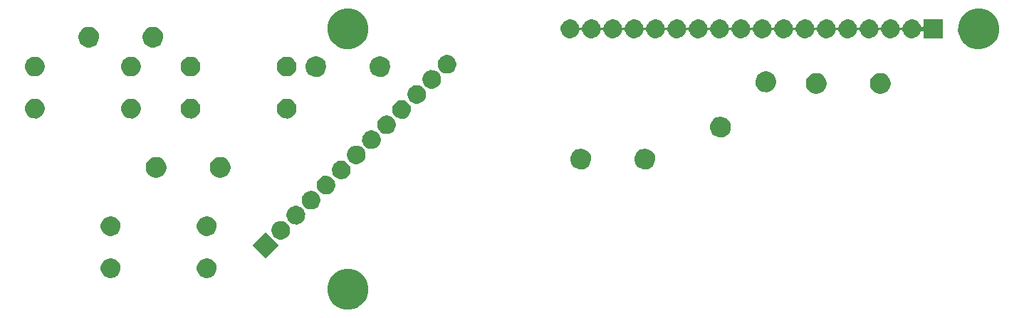
<source format=gbs>
G04 (created by PCBNEW (2013-07-07 BZR 4022)-stable) date 21/01/2014 20:06:01*
%MOIN*%
G04 Gerber Fmt 3.4, Leading zero omitted, Abs format*
%FSLAX34Y34*%
G01*
G70*
G90*
G04 APERTURE LIST*
%ADD10C,0.00590551*%
G04 APERTURE END LIST*
G54D10*
G36*
X61203Y-48779D02*
X61201Y-48871D01*
X61179Y-48970D01*
X61147Y-49042D01*
X61088Y-49125D01*
X61031Y-49179D01*
X60945Y-49234D01*
X60872Y-49263D01*
X60771Y-49280D01*
X60693Y-49279D01*
X60593Y-49257D01*
X60521Y-49226D01*
X60437Y-49167D01*
X60383Y-49111D01*
X60327Y-49024D01*
X60298Y-48952D01*
X60280Y-48850D01*
X60281Y-48774D01*
X60302Y-48672D01*
X60333Y-48601D01*
X60392Y-48515D01*
X60446Y-48462D01*
X60534Y-48405D01*
X60604Y-48376D01*
X60707Y-48357D01*
X60783Y-48357D01*
X60886Y-48378D01*
X60955Y-48408D01*
X61043Y-48467D01*
X61096Y-48520D01*
X61154Y-48608D01*
X61183Y-48677D01*
X61203Y-48779D01*
X61203Y-48779D01*
G37*
G36*
X61203Y-50748D02*
X61201Y-50839D01*
X61179Y-50938D01*
X61147Y-51010D01*
X61088Y-51094D01*
X61031Y-51148D01*
X60945Y-51203D01*
X60872Y-51231D01*
X60771Y-51249D01*
X60693Y-51247D01*
X60593Y-51225D01*
X60521Y-51194D01*
X60437Y-51135D01*
X60383Y-51079D01*
X60327Y-50993D01*
X60298Y-50921D01*
X60280Y-50819D01*
X60281Y-50742D01*
X60302Y-50640D01*
X60333Y-50570D01*
X60392Y-50484D01*
X60446Y-50431D01*
X60534Y-50373D01*
X60604Y-50345D01*
X60707Y-50325D01*
X60783Y-50326D01*
X60886Y-50347D01*
X60955Y-50376D01*
X61043Y-50435D01*
X61096Y-50488D01*
X61154Y-50576D01*
X61183Y-50646D01*
X61203Y-50748D01*
X61203Y-50748D01*
G37*
G36*
X63749Y-47399D02*
X63748Y-47496D01*
X63724Y-47600D01*
X63690Y-47676D01*
X63629Y-47764D01*
X63568Y-47821D01*
X63478Y-47879D01*
X63400Y-47909D01*
X63295Y-47927D01*
X63212Y-47926D01*
X63106Y-47903D01*
X63031Y-47870D01*
X62942Y-47808D01*
X62885Y-47749D01*
X62826Y-47658D01*
X62796Y-47581D01*
X62776Y-47475D01*
X62778Y-47393D01*
X62800Y-47286D01*
X62832Y-47211D01*
X62894Y-47121D01*
X62952Y-47065D01*
X63044Y-47005D01*
X63119Y-46974D01*
X63226Y-46954D01*
X63307Y-46954D01*
X63415Y-46976D01*
X63489Y-47008D01*
X63580Y-47069D01*
X63637Y-47126D01*
X63698Y-47218D01*
X63728Y-47292D01*
X63749Y-47399D01*
X63749Y-47399D01*
G37*
G36*
X64746Y-56259D02*
X64745Y-56351D01*
X64722Y-56450D01*
X64690Y-56522D01*
X64631Y-56606D01*
X64575Y-56660D01*
X64488Y-56715D01*
X64415Y-56743D01*
X64314Y-56761D01*
X64236Y-56759D01*
X64136Y-56737D01*
X64065Y-56706D01*
X63980Y-56647D01*
X63926Y-56591D01*
X63870Y-56504D01*
X63842Y-56433D01*
X63823Y-56331D01*
X63824Y-56254D01*
X63846Y-56152D01*
X63876Y-56082D01*
X63935Y-55996D01*
X63989Y-55942D01*
X64077Y-55885D01*
X64147Y-55857D01*
X64250Y-55837D01*
X64326Y-55838D01*
X64429Y-55859D01*
X64499Y-55888D01*
X64586Y-55947D01*
X64639Y-56000D01*
X64697Y-56088D01*
X64726Y-56157D01*
X64746Y-56259D01*
X64746Y-56259D01*
G37*
G36*
X64746Y-58228D02*
X64745Y-58320D01*
X64722Y-58419D01*
X64690Y-58491D01*
X64631Y-58574D01*
X64575Y-58628D01*
X64488Y-58683D01*
X64415Y-58711D01*
X64314Y-58729D01*
X64236Y-58728D01*
X64136Y-58705D01*
X64065Y-58674D01*
X63980Y-58616D01*
X63926Y-58560D01*
X63870Y-58473D01*
X63842Y-58401D01*
X63823Y-58299D01*
X63824Y-58222D01*
X63846Y-58121D01*
X63876Y-58050D01*
X63935Y-57964D01*
X63989Y-57911D01*
X64077Y-57854D01*
X64147Y-57825D01*
X64250Y-57806D01*
X64326Y-57806D01*
X64429Y-57827D01*
X64499Y-57856D01*
X64586Y-57915D01*
X64639Y-57969D01*
X64697Y-58057D01*
X64726Y-58126D01*
X64746Y-58228D01*
X64746Y-58228D01*
G37*
G36*
X65703Y-48779D02*
X65701Y-48871D01*
X65679Y-48970D01*
X65647Y-49042D01*
X65588Y-49125D01*
X65531Y-49179D01*
X65445Y-49234D01*
X65372Y-49263D01*
X65271Y-49280D01*
X65193Y-49279D01*
X65093Y-49257D01*
X65021Y-49226D01*
X64937Y-49167D01*
X64883Y-49111D01*
X64827Y-49024D01*
X64798Y-48952D01*
X64780Y-48850D01*
X64781Y-48774D01*
X64802Y-48672D01*
X64833Y-48601D01*
X64892Y-48515D01*
X64946Y-48462D01*
X65034Y-48405D01*
X65104Y-48376D01*
X65207Y-48357D01*
X65283Y-48357D01*
X65386Y-48378D01*
X65455Y-48408D01*
X65543Y-48467D01*
X65596Y-48520D01*
X65654Y-48608D01*
X65683Y-48677D01*
X65703Y-48779D01*
X65703Y-48779D01*
G37*
G36*
X65703Y-50748D02*
X65701Y-50839D01*
X65679Y-50938D01*
X65647Y-51010D01*
X65588Y-51094D01*
X65531Y-51148D01*
X65445Y-51203D01*
X65372Y-51231D01*
X65271Y-51249D01*
X65193Y-51247D01*
X65093Y-51225D01*
X65021Y-51194D01*
X64937Y-51135D01*
X64883Y-51079D01*
X64827Y-50993D01*
X64798Y-50921D01*
X64780Y-50819D01*
X64781Y-50742D01*
X64802Y-50640D01*
X64833Y-50570D01*
X64892Y-50484D01*
X64946Y-50431D01*
X65034Y-50373D01*
X65104Y-50345D01*
X65207Y-50325D01*
X65283Y-50326D01*
X65386Y-50347D01*
X65455Y-50376D01*
X65543Y-50435D01*
X65596Y-50488D01*
X65654Y-50576D01*
X65683Y-50646D01*
X65703Y-50748D01*
X65703Y-50748D01*
G37*
G36*
X66749Y-47399D02*
X66748Y-47496D01*
X66724Y-47600D01*
X66690Y-47676D01*
X66629Y-47764D01*
X66568Y-47821D01*
X66478Y-47879D01*
X66400Y-47909D01*
X66295Y-47927D01*
X66212Y-47926D01*
X66106Y-47903D01*
X66031Y-47870D01*
X65942Y-47808D01*
X65885Y-47749D01*
X65826Y-47658D01*
X65796Y-47581D01*
X65776Y-47475D01*
X65778Y-47393D01*
X65800Y-47286D01*
X65832Y-47211D01*
X65894Y-47121D01*
X65952Y-47065D01*
X66044Y-47005D01*
X66119Y-46974D01*
X66226Y-46954D01*
X66307Y-46954D01*
X66415Y-46976D01*
X66489Y-47008D01*
X66580Y-47069D01*
X66637Y-47126D01*
X66698Y-47218D01*
X66728Y-47292D01*
X66749Y-47399D01*
X66749Y-47399D01*
G37*
G36*
X66899Y-53501D02*
X66898Y-53598D01*
X66874Y-53702D01*
X66840Y-53779D01*
X66778Y-53866D01*
X66718Y-53924D01*
X66627Y-53981D01*
X66550Y-54011D01*
X66444Y-54030D01*
X66361Y-54028D01*
X66256Y-54005D01*
X66180Y-53972D01*
X66092Y-53910D01*
X66034Y-53851D01*
X65976Y-53760D01*
X65946Y-53684D01*
X65926Y-53577D01*
X65927Y-53495D01*
X65950Y-53389D01*
X65982Y-53314D01*
X66044Y-53224D01*
X66102Y-53167D01*
X66193Y-53107D01*
X66268Y-53077D01*
X66376Y-53056D01*
X66457Y-53057D01*
X66564Y-53079D01*
X66638Y-53110D01*
X66730Y-53172D01*
X66786Y-53228D01*
X66847Y-53320D01*
X66878Y-53394D01*
X66899Y-53501D01*
X66899Y-53501D01*
G37*
G36*
X68486Y-48779D02*
X68485Y-48871D01*
X68462Y-48970D01*
X68430Y-49042D01*
X68372Y-49125D01*
X68315Y-49179D01*
X68228Y-49234D01*
X68155Y-49263D01*
X68054Y-49280D01*
X67976Y-49279D01*
X67876Y-49257D01*
X67805Y-49226D01*
X67720Y-49167D01*
X67666Y-49111D01*
X67610Y-49024D01*
X67582Y-48952D01*
X67563Y-48850D01*
X67564Y-48774D01*
X67586Y-48672D01*
X67616Y-48601D01*
X67675Y-48515D01*
X67730Y-48462D01*
X67817Y-48405D01*
X67887Y-48376D01*
X67990Y-48357D01*
X68066Y-48357D01*
X68169Y-48378D01*
X68239Y-48408D01*
X68326Y-48467D01*
X68379Y-48520D01*
X68438Y-48608D01*
X68466Y-48677D01*
X68486Y-48779D01*
X68486Y-48779D01*
G37*
G36*
X68486Y-50748D02*
X68485Y-50839D01*
X68462Y-50938D01*
X68430Y-51010D01*
X68372Y-51094D01*
X68315Y-51148D01*
X68228Y-51203D01*
X68155Y-51231D01*
X68054Y-51249D01*
X67976Y-51247D01*
X67876Y-51225D01*
X67805Y-51194D01*
X67720Y-51135D01*
X67666Y-51079D01*
X67610Y-50993D01*
X67582Y-50921D01*
X67563Y-50819D01*
X67564Y-50742D01*
X67586Y-50640D01*
X67616Y-50570D01*
X67675Y-50484D01*
X67730Y-50431D01*
X67817Y-50373D01*
X67887Y-50345D01*
X67990Y-50325D01*
X68066Y-50326D01*
X68169Y-50347D01*
X68239Y-50376D01*
X68326Y-50435D01*
X68379Y-50488D01*
X68438Y-50576D01*
X68466Y-50646D01*
X68486Y-50748D01*
X68486Y-50748D01*
G37*
G36*
X69246Y-56259D02*
X69245Y-56351D01*
X69222Y-56450D01*
X69190Y-56522D01*
X69131Y-56606D01*
X69075Y-56660D01*
X68988Y-56715D01*
X68915Y-56743D01*
X68814Y-56761D01*
X68736Y-56759D01*
X68636Y-56737D01*
X68565Y-56706D01*
X68480Y-56647D01*
X68426Y-56591D01*
X68370Y-56504D01*
X68342Y-56433D01*
X68323Y-56331D01*
X68324Y-56254D01*
X68346Y-56152D01*
X68376Y-56082D01*
X68435Y-55996D01*
X68489Y-55942D01*
X68577Y-55885D01*
X68647Y-55857D01*
X68750Y-55837D01*
X68826Y-55838D01*
X68929Y-55859D01*
X68999Y-55888D01*
X69086Y-55947D01*
X69139Y-56000D01*
X69197Y-56088D01*
X69226Y-56157D01*
X69246Y-56259D01*
X69246Y-56259D01*
G37*
G36*
X69246Y-58228D02*
X69245Y-58320D01*
X69222Y-58419D01*
X69190Y-58491D01*
X69131Y-58574D01*
X69075Y-58628D01*
X68988Y-58683D01*
X68915Y-58711D01*
X68814Y-58729D01*
X68736Y-58728D01*
X68636Y-58705D01*
X68565Y-58674D01*
X68480Y-58616D01*
X68426Y-58560D01*
X68370Y-58473D01*
X68342Y-58401D01*
X68323Y-58299D01*
X68324Y-58222D01*
X68346Y-58121D01*
X68376Y-58050D01*
X68435Y-57964D01*
X68489Y-57911D01*
X68577Y-57854D01*
X68647Y-57825D01*
X68750Y-57806D01*
X68826Y-57806D01*
X68929Y-57827D01*
X68999Y-57856D01*
X69086Y-57915D01*
X69139Y-57969D01*
X69197Y-58057D01*
X69226Y-58126D01*
X69246Y-58228D01*
X69246Y-58228D01*
G37*
G36*
X69899Y-53501D02*
X69898Y-53598D01*
X69874Y-53702D01*
X69840Y-53779D01*
X69778Y-53866D01*
X69718Y-53924D01*
X69627Y-53981D01*
X69550Y-54011D01*
X69444Y-54030D01*
X69361Y-54028D01*
X69256Y-54005D01*
X69180Y-53972D01*
X69092Y-53910D01*
X69034Y-53851D01*
X68976Y-53760D01*
X68946Y-53684D01*
X68926Y-53577D01*
X68927Y-53495D01*
X68950Y-53389D01*
X68982Y-53314D01*
X69044Y-53224D01*
X69102Y-53167D01*
X69193Y-53107D01*
X69268Y-53077D01*
X69376Y-53056D01*
X69457Y-53057D01*
X69564Y-53079D01*
X69638Y-53110D01*
X69730Y-53172D01*
X69786Y-53228D01*
X69847Y-53320D01*
X69878Y-53394D01*
X69899Y-53501D01*
X69899Y-53501D01*
G37*
G36*
X72159Y-57195D02*
X71544Y-57810D01*
X70929Y-57195D01*
X71544Y-56580D01*
X72159Y-57195D01*
X72159Y-57195D01*
G37*
G36*
X72228Y-57261D02*
X72228Y-57261D01*
X72206Y-57239D01*
X72228Y-57261D01*
X72228Y-57261D01*
X72228Y-57261D01*
G37*
G36*
X72686Y-56445D02*
X72685Y-56543D01*
X72666Y-56626D01*
X72631Y-56704D01*
X72582Y-56773D01*
X72520Y-56832D01*
X72448Y-56878D01*
X72369Y-56909D01*
X72285Y-56924D01*
X72200Y-56922D01*
X72116Y-56904D01*
X72038Y-56869D01*
X71968Y-56821D01*
X71909Y-56759D01*
X71863Y-56688D01*
X71831Y-56608D01*
X71816Y-56524D01*
X71817Y-56439D01*
X71835Y-56356D01*
X71868Y-56277D01*
X71917Y-56207D01*
X71977Y-56147D01*
X72049Y-56100D01*
X72128Y-56068D01*
X72212Y-56052D01*
X72297Y-56053D01*
X72381Y-56070D01*
X72459Y-56103D01*
X72530Y-56151D01*
X72590Y-56212D01*
X72637Y-56283D01*
X72670Y-56361D01*
X72686Y-56445D01*
X72686Y-56445D01*
G37*
G36*
X72986Y-48779D02*
X72985Y-48871D01*
X72962Y-48970D01*
X72930Y-49042D01*
X72872Y-49125D01*
X72815Y-49179D01*
X72728Y-49234D01*
X72655Y-49263D01*
X72554Y-49280D01*
X72476Y-49279D01*
X72376Y-49257D01*
X72305Y-49226D01*
X72220Y-49167D01*
X72166Y-49111D01*
X72110Y-49024D01*
X72082Y-48952D01*
X72063Y-48850D01*
X72064Y-48774D01*
X72086Y-48672D01*
X72116Y-48601D01*
X72175Y-48515D01*
X72230Y-48462D01*
X72317Y-48405D01*
X72387Y-48376D01*
X72490Y-48357D01*
X72566Y-48357D01*
X72669Y-48378D01*
X72739Y-48408D01*
X72826Y-48467D01*
X72879Y-48520D01*
X72938Y-48608D01*
X72966Y-48677D01*
X72986Y-48779D01*
X72986Y-48779D01*
G37*
G36*
X72986Y-50748D02*
X72985Y-50839D01*
X72962Y-50938D01*
X72930Y-51010D01*
X72872Y-51094D01*
X72815Y-51148D01*
X72728Y-51203D01*
X72655Y-51231D01*
X72554Y-51249D01*
X72476Y-51247D01*
X72376Y-51225D01*
X72305Y-51194D01*
X72220Y-51135D01*
X72166Y-51079D01*
X72110Y-50993D01*
X72082Y-50921D01*
X72063Y-50819D01*
X72064Y-50742D01*
X72086Y-50640D01*
X72116Y-50570D01*
X72175Y-50484D01*
X72230Y-50431D01*
X72317Y-50373D01*
X72387Y-50345D01*
X72490Y-50325D01*
X72566Y-50326D01*
X72669Y-50347D01*
X72739Y-50376D01*
X72826Y-50435D01*
X72879Y-50488D01*
X72938Y-50576D01*
X72966Y-50646D01*
X72986Y-50748D01*
X72986Y-50748D01*
G37*
G36*
X73393Y-55738D02*
X73392Y-55835D01*
X73373Y-55919D01*
X73339Y-55997D01*
X73289Y-56066D01*
X73228Y-56125D01*
X73156Y-56171D01*
X73076Y-56202D01*
X72992Y-56216D01*
X72907Y-56215D01*
X72823Y-56196D01*
X72745Y-56162D01*
X72675Y-56114D01*
X72616Y-56052D01*
X72570Y-55980D01*
X72538Y-55901D01*
X72523Y-55817D01*
X72524Y-55732D01*
X72542Y-55649D01*
X72575Y-55570D01*
X72624Y-55500D01*
X72685Y-55440D01*
X72756Y-55393D01*
X72835Y-55361D01*
X72919Y-55345D01*
X73004Y-55346D01*
X73088Y-55363D01*
X73166Y-55396D01*
X73237Y-55444D01*
X73297Y-55504D01*
X73344Y-55575D01*
X73377Y-55654D01*
X73393Y-55738D01*
X73393Y-55738D01*
G37*
G36*
X74101Y-55031D02*
X74099Y-55128D01*
X74080Y-55212D01*
X74046Y-55289D01*
X73996Y-55359D01*
X73935Y-55418D01*
X73863Y-55464D01*
X73783Y-55495D01*
X73699Y-55509D01*
X73614Y-55508D01*
X73531Y-55489D01*
X73452Y-55455D01*
X73382Y-55406D01*
X73323Y-55345D01*
X73277Y-55273D01*
X73245Y-55194D01*
X73230Y-55110D01*
X73231Y-55025D01*
X73249Y-54941D01*
X73283Y-54863D01*
X73331Y-54793D01*
X73392Y-54733D01*
X73463Y-54686D01*
X73542Y-54654D01*
X73626Y-54638D01*
X73711Y-54639D01*
X73795Y-54656D01*
X73873Y-54689D01*
X73944Y-54737D01*
X74004Y-54797D01*
X74052Y-54868D01*
X74084Y-54947D01*
X74101Y-55031D01*
X74101Y-55031D01*
G37*
G36*
X74379Y-48777D02*
X74378Y-48874D01*
X74354Y-48978D01*
X74320Y-49054D01*
X74259Y-49142D01*
X74198Y-49199D01*
X74108Y-49257D01*
X74030Y-49287D01*
X73924Y-49305D01*
X73842Y-49304D01*
X73736Y-49281D01*
X73661Y-49247D01*
X73572Y-49186D01*
X73515Y-49127D01*
X73456Y-49036D01*
X73426Y-48959D01*
X73406Y-48853D01*
X73407Y-48771D01*
X73430Y-48664D01*
X73462Y-48589D01*
X73524Y-48499D01*
X73582Y-48442D01*
X73673Y-48383D01*
X73749Y-48352D01*
X73856Y-48332D01*
X73937Y-48332D01*
X74045Y-48354D01*
X74119Y-48386D01*
X74210Y-48447D01*
X74267Y-48504D01*
X74328Y-48596D01*
X74358Y-48670D01*
X74379Y-48777D01*
X74379Y-48777D01*
G37*
G36*
X74808Y-54324D02*
X74806Y-54421D01*
X74787Y-54504D01*
X74753Y-54582D01*
X74704Y-54652D01*
X74642Y-54711D01*
X74570Y-54757D01*
X74490Y-54787D01*
X74406Y-54802D01*
X74321Y-54800D01*
X74238Y-54782D01*
X74159Y-54748D01*
X74089Y-54699D01*
X74030Y-54638D01*
X73984Y-54566D01*
X73953Y-54487D01*
X73937Y-54403D01*
X73938Y-54318D01*
X73956Y-54234D01*
X73990Y-54156D01*
X74038Y-54086D01*
X74099Y-54026D01*
X74170Y-53979D01*
X74249Y-53947D01*
X74333Y-53931D01*
X74418Y-53932D01*
X74502Y-53949D01*
X74581Y-53982D01*
X74651Y-54030D01*
X74711Y-54090D01*
X74759Y-54161D01*
X74791Y-54240D01*
X74808Y-54324D01*
X74808Y-54324D01*
G37*
G36*
X75515Y-53617D02*
X75513Y-53714D01*
X75495Y-53797D01*
X75460Y-53875D01*
X75411Y-53945D01*
X75349Y-54004D01*
X75277Y-54050D01*
X75197Y-54080D01*
X75113Y-54095D01*
X75028Y-54093D01*
X74945Y-54075D01*
X74867Y-54041D01*
X74796Y-53992D01*
X74737Y-53931D01*
X74691Y-53859D01*
X74660Y-53780D01*
X74644Y-53696D01*
X74645Y-53611D01*
X74663Y-53527D01*
X74697Y-53449D01*
X74745Y-53378D01*
X74806Y-53319D01*
X74877Y-53272D01*
X74956Y-53240D01*
X75040Y-53224D01*
X75125Y-53225D01*
X75209Y-53242D01*
X75288Y-53275D01*
X75358Y-53323D01*
X75419Y-53383D01*
X75466Y-53454D01*
X75498Y-53533D01*
X75515Y-53617D01*
X75515Y-53617D01*
G37*
G36*
X76222Y-52910D02*
X76221Y-53007D01*
X76202Y-53090D01*
X76167Y-53168D01*
X76118Y-53238D01*
X76056Y-53297D01*
X75984Y-53342D01*
X75904Y-53373D01*
X75820Y-53388D01*
X75735Y-53386D01*
X75652Y-53368D01*
X75574Y-53334D01*
X75504Y-53285D01*
X75444Y-53224D01*
X75398Y-53152D01*
X75367Y-53073D01*
X75351Y-52989D01*
X75353Y-52904D01*
X75370Y-52820D01*
X75404Y-52742D01*
X75452Y-52671D01*
X75513Y-52612D01*
X75584Y-52565D01*
X75663Y-52533D01*
X75747Y-52517D01*
X75833Y-52518D01*
X75916Y-52535D01*
X75995Y-52568D01*
X76066Y-52615D01*
X76126Y-52676D01*
X76173Y-52747D01*
X76205Y-52826D01*
X76222Y-52910D01*
X76222Y-52910D01*
G37*
G36*
X76354Y-46958D02*
X76352Y-47162D01*
X76307Y-47357D01*
X76235Y-47518D01*
X76120Y-47682D01*
X75992Y-47804D01*
X75823Y-47911D01*
X75659Y-47975D01*
X75461Y-48010D01*
X75285Y-48006D01*
X75089Y-47963D01*
X74928Y-47892D01*
X74763Y-47778D01*
X74641Y-47651D01*
X74532Y-47482D01*
X74467Y-47319D01*
X74431Y-47121D01*
X74433Y-46946D01*
X74475Y-46748D01*
X74544Y-46588D01*
X74658Y-46421D01*
X74783Y-46299D01*
X74952Y-46188D01*
X75114Y-46123D01*
X75313Y-46085D01*
X75487Y-46086D01*
X75686Y-46127D01*
X75846Y-46194D01*
X76014Y-46308D01*
X76137Y-46431D01*
X76249Y-46600D01*
X76315Y-46760D01*
X76354Y-46958D01*
X76354Y-46958D01*
G37*
G36*
X76354Y-59163D02*
X76352Y-59367D01*
X76307Y-59562D01*
X76235Y-59723D01*
X76120Y-59887D01*
X75992Y-60008D01*
X75823Y-60116D01*
X75659Y-60180D01*
X75461Y-60214D01*
X75285Y-60211D01*
X75089Y-60168D01*
X74928Y-60097D01*
X74763Y-59982D01*
X74641Y-59856D01*
X74532Y-59687D01*
X74467Y-59524D01*
X74431Y-59326D01*
X74433Y-59151D01*
X74475Y-58953D01*
X74544Y-58792D01*
X74658Y-58626D01*
X74783Y-58504D01*
X74952Y-58393D01*
X75114Y-58327D01*
X75313Y-58289D01*
X75487Y-58291D01*
X75686Y-58331D01*
X75846Y-58399D01*
X76014Y-58512D01*
X76137Y-58635D01*
X76249Y-58805D01*
X76315Y-58965D01*
X76354Y-59163D01*
X76354Y-59163D01*
G37*
G36*
X76929Y-52202D02*
X76928Y-52300D01*
X76909Y-52383D01*
X76874Y-52461D01*
X76825Y-52531D01*
X76763Y-52590D01*
X76691Y-52635D01*
X76612Y-52666D01*
X76528Y-52681D01*
X76442Y-52679D01*
X76359Y-52661D01*
X76281Y-52627D01*
X76211Y-52578D01*
X76151Y-52517D01*
X76105Y-52445D01*
X76074Y-52366D01*
X76058Y-52282D01*
X76060Y-52196D01*
X76077Y-52113D01*
X76111Y-52035D01*
X76159Y-51964D01*
X76220Y-51904D01*
X76291Y-51858D01*
X76371Y-51826D01*
X76454Y-51810D01*
X76540Y-51810D01*
X76623Y-51828D01*
X76702Y-51861D01*
X76773Y-51908D01*
X76833Y-51969D01*
X76880Y-52040D01*
X76912Y-52119D01*
X76929Y-52202D01*
X76929Y-52202D01*
G37*
G36*
X77379Y-48777D02*
X77378Y-48874D01*
X77354Y-48978D01*
X77320Y-49054D01*
X77259Y-49142D01*
X77198Y-49199D01*
X77108Y-49257D01*
X77030Y-49287D01*
X76924Y-49305D01*
X76842Y-49304D01*
X76736Y-49281D01*
X76661Y-49247D01*
X76572Y-49186D01*
X76515Y-49127D01*
X76456Y-49036D01*
X76426Y-48959D01*
X76406Y-48853D01*
X76407Y-48771D01*
X76430Y-48664D01*
X76462Y-48589D01*
X76524Y-48499D01*
X76582Y-48442D01*
X76673Y-48383D01*
X76749Y-48352D01*
X76856Y-48332D01*
X76937Y-48332D01*
X77045Y-48354D01*
X77119Y-48386D01*
X77210Y-48447D01*
X77267Y-48504D01*
X77328Y-48596D01*
X77358Y-48670D01*
X77379Y-48777D01*
X77379Y-48777D01*
G37*
G36*
X77636Y-51495D02*
X77635Y-51593D01*
X77616Y-51676D01*
X77581Y-51754D01*
X77532Y-51824D01*
X77470Y-51882D01*
X77398Y-51928D01*
X77319Y-51959D01*
X77235Y-51974D01*
X77149Y-51972D01*
X77066Y-51954D01*
X76988Y-51920D01*
X76918Y-51871D01*
X76859Y-51810D01*
X76812Y-51738D01*
X76781Y-51659D01*
X76766Y-51575D01*
X76767Y-51489D01*
X76784Y-51406D01*
X76818Y-51327D01*
X76866Y-51257D01*
X76927Y-51197D01*
X76999Y-51151D01*
X77078Y-51119D01*
X77161Y-51103D01*
X77247Y-51103D01*
X77330Y-51120D01*
X77409Y-51154D01*
X77480Y-51201D01*
X77540Y-51262D01*
X77587Y-51333D01*
X77620Y-51412D01*
X77636Y-51495D01*
X77636Y-51495D01*
G37*
G36*
X78343Y-50788D02*
X78342Y-50886D01*
X78323Y-50969D01*
X78288Y-51047D01*
X78239Y-51117D01*
X78177Y-51175D01*
X78105Y-51221D01*
X78026Y-51252D01*
X77942Y-51267D01*
X77856Y-51265D01*
X77773Y-51247D01*
X77695Y-51212D01*
X77625Y-51164D01*
X77566Y-51102D01*
X77519Y-51031D01*
X77488Y-50951D01*
X77473Y-50868D01*
X77474Y-50782D01*
X77492Y-50699D01*
X77525Y-50620D01*
X77573Y-50550D01*
X77634Y-50490D01*
X77706Y-50444D01*
X77785Y-50412D01*
X77869Y-50396D01*
X77954Y-50396D01*
X78037Y-50413D01*
X78116Y-50446D01*
X78187Y-50494D01*
X78247Y-50555D01*
X78294Y-50626D01*
X78327Y-50705D01*
X78343Y-50788D01*
X78343Y-50788D01*
G37*
G36*
X79050Y-50081D02*
X79049Y-50179D01*
X79030Y-50262D01*
X78995Y-50340D01*
X78946Y-50409D01*
X78884Y-50468D01*
X78812Y-50514D01*
X78733Y-50545D01*
X78649Y-50560D01*
X78564Y-50558D01*
X78480Y-50540D01*
X78402Y-50505D01*
X78332Y-50457D01*
X78273Y-50395D01*
X78227Y-50324D01*
X78195Y-50244D01*
X78180Y-50160D01*
X78181Y-50075D01*
X78199Y-49992D01*
X78232Y-49913D01*
X78280Y-49843D01*
X78341Y-49783D01*
X78413Y-49736D01*
X78492Y-49705D01*
X78576Y-49689D01*
X78661Y-49689D01*
X78745Y-49706D01*
X78823Y-49739D01*
X78894Y-49787D01*
X78954Y-49848D01*
X79001Y-49919D01*
X79034Y-49997D01*
X79050Y-50081D01*
X79050Y-50081D01*
G37*
G36*
X79757Y-49374D02*
X79756Y-49472D01*
X79737Y-49555D01*
X79702Y-49633D01*
X79653Y-49702D01*
X79592Y-49761D01*
X79520Y-49807D01*
X79440Y-49838D01*
X79356Y-49853D01*
X79271Y-49851D01*
X79187Y-49832D01*
X79109Y-49798D01*
X79039Y-49750D01*
X78980Y-49688D01*
X78934Y-49617D01*
X78902Y-49537D01*
X78887Y-49453D01*
X78888Y-49368D01*
X78906Y-49285D01*
X78939Y-49206D01*
X78988Y-49136D01*
X79049Y-49076D01*
X79120Y-49029D01*
X79199Y-48997D01*
X79283Y-48981D01*
X79368Y-48982D01*
X79452Y-48999D01*
X79530Y-49032D01*
X79601Y-49080D01*
X79661Y-49140D01*
X79708Y-49212D01*
X79741Y-49290D01*
X79757Y-49374D01*
X79757Y-49374D01*
G37*
G36*
X80465Y-48667D02*
X80463Y-48764D01*
X80444Y-48848D01*
X80410Y-48926D01*
X80360Y-48995D01*
X80299Y-49054D01*
X80227Y-49100D01*
X80147Y-49131D01*
X80063Y-49145D01*
X79978Y-49144D01*
X79894Y-49125D01*
X79816Y-49091D01*
X79746Y-49042D01*
X79687Y-48981D01*
X79641Y-48909D01*
X79609Y-48830D01*
X79594Y-48746D01*
X79595Y-48661D01*
X79613Y-48577D01*
X79647Y-48499D01*
X79695Y-48429D01*
X79756Y-48369D01*
X79827Y-48322D01*
X79906Y-48290D01*
X79990Y-48274D01*
X80075Y-48275D01*
X80159Y-48292D01*
X80237Y-48325D01*
X80308Y-48373D01*
X80368Y-48433D01*
X80415Y-48504D01*
X80448Y-48583D01*
X80465Y-48667D01*
X80465Y-48667D01*
G37*
G36*
X86781Y-53107D02*
X86780Y-53205D01*
X86756Y-53309D01*
X86722Y-53385D01*
X86660Y-53472D01*
X86600Y-53530D01*
X86509Y-53587D01*
X86432Y-53617D01*
X86326Y-53636D01*
X86243Y-53634D01*
X86138Y-53611D01*
X86062Y-53578D01*
X85974Y-53517D01*
X85916Y-53457D01*
X85858Y-53366D01*
X85827Y-53290D01*
X85808Y-53183D01*
X85809Y-53101D01*
X85832Y-52995D01*
X85864Y-52920D01*
X85925Y-52830D01*
X85983Y-52773D01*
X86075Y-52713D01*
X86150Y-52683D01*
X86258Y-52662D01*
X86339Y-52663D01*
X86446Y-52685D01*
X86520Y-52716D01*
X86612Y-52778D01*
X86668Y-52835D01*
X86729Y-52927D01*
X86760Y-53001D01*
X86781Y-53107D01*
X86781Y-53107D01*
G37*
G36*
X89781Y-53107D02*
X89780Y-53205D01*
X89756Y-53309D01*
X89722Y-53385D01*
X89660Y-53472D01*
X89600Y-53530D01*
X89509Y-53587D01*
X89432Y-53617D01*
X89326Y-53636D01*
X89243Y-53634D01*
X89138Y-53611D01*
X89062Y-53578D01*
X88974Y-53517D01*
X88916Y-53457D01*
X88858Y-53366D01*
X88827Y-53290D01*
X88808Y-53183D01*
X88809Y-53101D01*
X88832Y-52995D01*
X88864Y-52920D01*
X88925Y-52830D01*
X88983Y-52773D01*
X89075Y-52713D01*
X89150Y-52683D01*
X89258Y-52662D01*
X89339Y-52663D01*
X89446Y-52685D01*
X89520Y-52716D01*
X89612Y-52778D01*
X89668Y-52835D01*
X89729Y-52927D01*
X89760Y-53001D01*
X89781Y-53107D01*
X89781Y-53107D01*
G37*
G36*
X93323Y-51609D02*
X93321Y-51706D01*
X93298Y-51810D01*
X93264Y-51887D01*
X93202Y-51974D01*
X93142Y-52032D01*
X93051Y-52089D01*
X92974Y-52119D01*
X92868Y-52138D01*
X92785Y-52136D01*
X92680Y-52113D01*
X92604Y-52080D01*
X92515Y-52018D01*
X92458Y-51959D01*
X92399Y-51868D01*
X92369Y-51792D01*
X92350Y-51685D01*
X92351Y-51603D01*
X92373Y-51497D01*
X92405Y-51422D01*
X92467Y-51332D01*
X92525Y-51275D01*
X92617Y-51215D01*
X92692Y-51185D01*
X92800Y-51164D01*
X92880Y-51165D01*
X92988Y-51187D01*
X93062Y-51218D01*
X93153Y-51279D01*
X93210Y-51336D01*
X93271Y-51428D01*
X93302Y-51502D01*
X93323Y-51609D01*
X93323Y-51609D01*
G37*
G36*
X95444Y-49488D02*
X95443Y-49585D01*
X95419Y-49689D01*
X95385Y-49765D01*
X95323Y-49853D01*
X95263Y-49910D01*
X95172Y-49968D01*
X95095Y-49998D01*
X94989Y-50016D01*
X94906Y-50015D01*
X94801Y-49992D01*
X94725Y-49958D01*
X94637Y-49897D01*
X94579Y-49838D01*
X94521Y-49747D01*
X94491Y-49670D01*
X94471Y-49563D01*
X94472Y-49482D01*
X94495Y-49375D01*
X94527Y-49300D01*
X94588Y-49210D01*
X94646Y-49153D01*
X94738Y-49094D01*
X94813Y-49063D01*
X94921Y-49043D01*
X95002Y-49043D01*
X95109Y-49065D01*
X95183Y-49097D01*
X95275Y-49158D01*
X95331Y-49215D01*
X95392Y-49307D01*
X95423Y-49381D01*
X95444Y-49488D01*
X95444Y-49488D01*
G37*
G36*
X97805Y-49564D02*
X97803Y-49661D01*
X97780Y-49765D01*
X97746Y-49842D01*
X97684Y-49929D01*
X97623Y-49987D01*
X97533Y-50044D01*
X97455Y-50074D01*
X97350Y-50093D01*
X97267Y-50091D01*
X97162Y-50068D01*
X97086Y-50035D01*
X96997Y-49973D01*
X96940Y-49914D01*
X96881Y-49823D01*
X96851Y-49747D01*
X96832Y-49640D01*
X96833Y-49558D01*
X96855Y-49452D01*
X96887Y-49377D01*
X96949Y-49287D01*
X97007Y-49230D01*
X97099Y-49170D01*
X97174Y-49140D01*
X97281Y-49119D01*
X97362Y-49120D01*
X97470Y-49142D01*
X97544Y-49173D01*
X97635Y-49235D01*
X97692Y-49291D01*
X97753Y-49383D01*
X97783Y-49457D01*
X97805Y-49564D01*
X97805Y-49564D01*
G37*
G36*
X100805Y-49564D02*
X100803Y-49661D01*
X100780Y-49765D01*
X100746Y-49842D01*
X100684Y-49929D01*
X100623Y-49987D01*
X100533Y-50044D01*
X100455Y-50074D01*
X100350Y-50093D01*
X100267Y-50091D01*
X100162Y-50068D01*
X100086Y-50035D01*
X99997Y-49973D01*
X99940Y-49914D01*
X99881Y-49823D01*
X99851Y-49747D01*
X99832Y-49640D01*
X99833Y-49558D01*
X99855Y-49452D01*
X99887Y-49377D01*
X99949Y-49287D01*
X100007Y-49230D01*
X100099Y-49170D01*
X100174Y-49140D01*
X100281Y-49119D01*
X100362Y-49120D01*
X100470Y-49142D01*
X100544Y-49173D01*
X100635Y-49235D01*
X100692Y-49291D01*
X100753Y-49383D01*
X100783Y-49457D01*
X100805Y-49564D01*
X100805Y-49564D01*
G37*
G36*
X103227Y-47483D02*
X102354Y-47483D01*
X102354Y-47239D01*
X102354Y-47208D01*
X102342Y-47179D01*
X102320Y-47157D01*
X102291Y-47145D01*
X102260Y-47145D01*
X102231Y-47157D01*
X102209Y-47179D01*
X102174Y-47258D01*
X102118Y-47337D01*
X102065Y-47388D01*
X101983Y-47440D01*
X101914Y-47467D01*
X101818Y-47484D01*
X101745Y-47482D01*
X101650Y-47461D01*
X101583Y-47432D01*
X101502Y-47376D01*
X101452Y-47324D01*
X101398Y-47241D01*
X101372Y-47174D01*
X101369Y-47157D01*
X101357Y-47128D01*
X101335Y-47106D01*
X101306Y-47094D01*
X101275Y-47094D01*
X101246Y-47106D01*
X101224Y-47128D01*
X101212Y-47157D01*
X101204Y-47190D01*
X101174Y-47258D01*
X101118Y-47337D01*
X101065Y-47388D01*
X100983Y-47440D01*
X100914Y-47467D01*
X100818Y-47484D01*
X100745Y-47482D01*
X100650Y-47461D01*
X100583Y-47432D01*
X100502Y-47376D01*
X100452Y-47324D01*
X100398Y-47241D01*
X100372Y-47174D01*
X100369Y-47157D01*
X100357Y-47128D01*
X100335Y-47106D01*
X100306Y-47094D01*
X100275Y-47094D01*
X100246Y-47106D01*
X100224Y-47128D01*
X100212Y-47157D01*
X100204Y-47190D01*
X100174Y-47258D01*
X100118Y-47337D01*
X100065Y-47388D01*
X99983Y-47440D01*
X99914Y-47467D01*
X99818Y-47484D01*
X99745Y-47482D01*
X99650Y-47461D01*
X99583Y-47432D01*
X99502Y-47376D01*
X99452Y-47324D01*
X99398Y-47241D01*
X99372Y-47174D01*
X99369Y-47157D01*
X99357Y-47128D01*
X99335Y-47106D01*
X99306Y-47094D01*
X99275Y-47094D01*
X99246Y-47106D01*
X99224Y-47128D01*
X99212Y-47157D01*
X99204Y-47190D01*
X99174Y-47258D01*
X99118Y-47337D01*
X99065Y-47388D01*
X98983Y-47440D01*
X98914Y-47467D01*
X98818Y-47484D01*
X98745Y-47482D01*
X98650Y-47461D01*
X98583Y-47432D01*
X98502Y-47376D01*
X98452Y-47324D01*
X98398Y-47241D01*
X98372Y-47174D01*
X98369Y-47157D01*
X98357Y-47128D01*
X98335Y-47106D01*
X98306Y-47094D01*
X98275Y-47094D01*
X98246Y-47106D01*
X98224Y-47128D01*
X98212Y-47157D01*
X98204Y-47190D01*
X98174Y-47258D01*
X98118Y-47337D01*
X98065Y-47388D01*
X97983Y-47440D01*
X97914Y-47467D01*
X97818Y-47484D01*
X97745Y-47482D01*
X97650Y-47461D01*
X97583Y-47432D01*
X97502Y-47376D01*
X97452Y-47324D01*
X97398Y-47241D01*
X97372Y-47174D01*
X97369Y-47157D01*
X97357Y-47128D01*
X97335Y-47106D01*
X97306Y-47094D01*
X97275Y-47094D01*
X97246Y-47106D01*
X97224Y-47128D01*
X97212Y-47157D01*
X97204Y-47190D01*
X97174Y-47258D01*
X97118Y-47337D01*
X97065Y-47388D01*
X96983Y-47440D01*
X96914Y-47467D01*
X96818Y-47484D01*
X96745Y-47482D01*
X96650Y-47461D01*
X96583Y-47432D01*
X96502Y-47376D01*
X96452Y-47324D01*
X96398Y-47241D01*
X96372Y-47174D01*
X96369Y-47157D01*
X96357Y-47128D01*
X96335Y-47106D01*
X96306Y-47094D01*
X96275Y-47094D01*
X96246Y-47106D01*
X96224Y-47128D01*
X96212Y-47157D01*
X96204Y-47190D01*
X96174Y-47258D01*
X96118Y-47337D01*
X96065Y-47388D01*
X95983Y-47440D01*
X95914Y-47467D01*
X95818Y-47484D01*
X95745Y-47482D01*
X95650Y-47461D01*
X95583Y-47432D01*
X95502Y-47376D01*
X95452Y-47324D01*
X95398Y-47241D01*
X95372Y-47174D01*
X95369Y-47157D01*
X95357Y-47128D01*
X95335Y-47106D01*
X95306Y-47094D01*
X95275Y-47094D01*
X95246Y-47106D01*
X95224Y-47128D01*
X95212Y-47157D01*
X95204Y-47190D01*
X95174Y-47258D01*
X95118Y-47337D01*
X95065Y-47388D01*
X94983Y-47440D01*
X94914Y-47467D01*
X94818Y-47484D01*
X94745Y-47482D01*
X94650Y-47461D01*
X94583Y-47432D01*
X94502Y-47376D01*
X94452Y-47324D01*
X94398Y-47241D01*
X94372Y-47174D01*
X94369Y-47157D01*
X94357Y-47128D01*
X94335Y-47106D01*
X94306Y-47094D01*
X94275Y-47094D01*
X94246Y-47106D01*
X94224Y-47128D01*
X94212Y-47157D01*
X94204Y-47190D01*
X94174Y-47258D01*
X94118Y-47337D01*
X94065Y-47388D01*
X93983Y-47440D01*
X93914Y-47467D01*
X93818Y-47484D01*
X93745Y-47482D01*
X93650Y-47461D01*
X93583Y-47432D01*
X93502Y-47376D01*
X93452Y-47324D01*
X93398Y-47241D01*
X93372Y-47174D01*
X93369Y-47157D01*
X93357Y-47128D01*
X93335Y-47106D01*
X93306Y-47094D01*
X93275Y-47094D01*
X93246Y-47106D01*
X93224Y-47128D01*
X93212Y-47157D01*
X93204Y-47190D01*
X93174Y-47258D01*
X93118Y-47337D01*
X93065Y-47388D01*
X92983Y-47440D01*
X92914Y-47467D01*
X92818Y-47484D01*
X92745Y-47482D01*
X92650Y-47461D01*
X92583Y-47432D01*
X92502Y-47376D01*
X92452Y-47324D01*
X92398Y-47241D01*
X92372Y-47174D01*
X92369Y-47157D01*
X92357Y-47128D01*
X92335Y-47106D01*
X92306Y-47094D01*
X92275Y-47094D01*
X92246Y-47106D01*
X92224Y-47128D01*
X92212Y-47157D01*
X92204Y-47190D01*
X92174Y-47258D01*
X92118Y-47337D01*
X92065Y-47388D01*
X91983Y-47440D01*
X91914Y-47467D01*
X91818Y-47484D01*
X91745Y-47482D01*
X91650Y-47461D01*
X91583Y-47432D01*
X91502Y-47376D01*
X91452Y-47324D01*
X91398Y-47241D01*
X91372Y-47174D01*
X91369Y-47157D01*
X91357Y-47128D01*
X91335Y-47106D01*
X91306Y-47094D01*
X91275Y-47094D01*
X91246Y-47106D01*
X91224Y-47128D01*
X91212Y-47157D01*
X91204Y-47190D01*
X91174Y-47258D01*
X91118Y-47337D01*
X91065Y-47388D01*
X90983Y-47440D01*
X90914Y-47467D01*
X90818Y-47484D01*
X90745Y-47482D01*
X90650Y-47461D01*
X90583Y-47432D01*
X90502Y-47376D01*
X90452Y-47324D01*
X90398Y-47241D01*
X90372Y-47174D01*
X90369Y-47157D01*
X90357Y-47128D01*
X90335Y-47106D01*
X90306Y-47094D01*
X90275Y-47094D01*
X90246Y-47106D01*
X90224Y-47128D01*
X90212Y-47157D01*
X90204Y-47190D01*
X90174Y-47258D01*
X90118Y-47337D01*
X90065Y-47388D01*
X89983Y-47440D01*
X89914Y-47467D01*
X89818Y-47484D01*
X89745Y-47482D01*
X89650Y-47461D01*
X89583Y-47432D01*
X89502Y-47376D01*
X89452Y-47324D01*
X89398Y-47241D01*
X89372Y-47174D01*
X89369Y-47157D01*
X89357Y-47128D01*
X89335Y-47106D01*
X89306Y-47094D01*
X89275Y-47094D01*
X89246Y-47106D01*
X89224Y-47128D01*
X89212Y-47157D01*
X89204Y-47190D01*
X89174Y-47258D01*
X89118Y-47337D01*
X89065Y-47388D01*
X88983Y-47440D01*
X88914Y-47467D01*
X88818Y-47484D01*
X88745Y-47482D01*
X88650Y-47461D01*
X88583Y-47432D01*
X88502Y-47376D01*
X88452Y-47324D01*
X88398Y-47241D01*
X88372Y-47174D01*
X88369Y-47157D01*
X88357Y-47128D01*
X88335Y-47106D01*
X88306Y-47094D01*
X88275Y-47094D01*
X88246Y-47106D01*
X88224Y-47128D01*
X88212Y-47157D01*
X88204Y-47190D01*
X88174Y-47258D01*
X88118Y-47337D01*
X88065Y-47388D01*
X87983Y-47440D01*
X87914Y-47467D01*
X87818Y-47484D01*
X87745Y-47482D01*
X87650Y-47461D01*
X87583Y-47432D01*
X87502Y-47376D01*
X87452Y-47324D01*
X87398Y-47241D01*
X87372Y-47174D01*
X87369Y-47157D01*
X87357Y-47128D01*
X87335Y-47106D01*
X87306Y-47094D01*
X87275Y-47094D01*
X87246Y-47106D01*
X87224Y-47128D01*
X87212Y-47157D01*
X87204Y-47190D01*
X87174Y-47258D01*
X87118Y-47337D01*
X87065Y-47388D01*
X86983Y-47440D01*
X86914Y-47467D01*
X86818Y-47484D01*
X86745Y-47482D01*
X86650Y-47461D01*
X86583Y-47432D01*
X86502Y-47376D01*
X86452Y-47324D01*
X86398Y-47241D01*
X86372Y-47174D01*
X86369Y-47157D01*
X86357Y-47128D01*
X86335Y-47106D01*
X86306Y-47094D01*
X86275Y-47094D01*
X86246Y-47106D01*
X86224Y-47128D01*
X86212Y-47157D01*
X86204Y-47190D01*
X86174Y-47258D01*
X86118Y-47337D01*
X86065Y-47388D01*
X85983Y-47440D01*
X85914Y-47467D01*
X85818Y-47484D01*
X85745Y-47482D01*
X85650Y-47461D01*
X85583Y-47432D01*
X85502Y-47376D01*
X85452Y-47324D01*
X85398Y-47241D01*
X85372Y-47174D01*
X85354Y-47077D01*
X85355Y-47005D01*
X85376Y-46908D01*
X85404Y-46842D01*
X85460Y-46760D01*
X85511Y-46710D01*
X85594Y-46655D01*
X85660Y-46629D01*
X85758Y-46610D01*
X85829Y-46611D01*
X85927Y-46631D01*
X85993Y-46658D01*
X86076Y-46714D01*
X86125Y-46764D01*
X86181Y-46848D01*
X86208Y-46913D01*
X86213Y-46937D01*
X86224Y-46966D01*
X86247Y-46988D01*
X86275Y-47000D01*
X86307Y-47000D01*
X86335Y-46988D01*
X86358Y-46966D01*
X86369Y-46937D01*
X86376Y-46908D01*
X86404Y-46842D01*
X86460Y-46760D01*
X86511Y-46710D01*
X86594Y-46655D01*
X86660Y-46629D01*
X86758Y-46610D01*
X86829Y-46611D01*
X86927Y-46631D01*
X86993Y-46658D01*
X87076Y-46714D01*
X87125Y-46764D01*
X87181Y-46848D01*
X87208Y-46913D01*
X87213Y-46937D01*
X87224Y-46966D01*
X87247Y-46988D01*
X87275Y-47000D01*
X87307Y-47000D01*
X87335Y-46988D01*
X87358Y-46966D01*
X87369Y-46937D01*
X87376Y-46908D01*
X87404Y-46842D01*
X87460Y-46760D01*
X87511Y-46710D01*
X87594Y-46655D01*
X87660Y-46629D01*
X87758Y-46610D01*
X87829Y-46611D01*
X87927Y-46631D01*
X87993Y-46658D01*
X88076Y-46714D01*
X88125Y-46764D01*
X88181Y-46848D01*
X88208Y-46913D01*
X88213Y-46937D01*
X88224Y-46966D01*
X88247Y-46988D01*
X88275Y-47000D01*
X88307Y-47000D01*
X88335Y-46988D01*
X88358Y-46966D01*
X88369Y-46937D01*
X88376Y-46908D01*
X88404Y-46842D01*
X88460Y-46760D01*
X88511Y-46710D01*
X88594Y-46655D01*
X88660Y-46629D01*
X88758Y-46610D01*
X88829Y-46611D01*
X88927Y-46631D01*
X88993Y-46658D01*
X89076Y-46714D01*
X89125Y-46764D01*
X89181Y-46848D01*
X89208Y-46913D01*
X89213Y-46937D01*
X89224Y-46966D01*
X89247Y-46988D01*
X89275Y-47000D01*
X89307Y-47000D01*
X89335Y-46988D01*
X89358Y-46966D01*
X89369Y-46937D01*
X89376Y-46908D01*
X89404Y-46842D01*
X89460Y-46760D01*
X89511Y-46710D01*
X89594Y-46655D01*
X89660Y-46629D01*
X89758Y-46610D01*
X89829Y-46611D01*
X89927Y-46631D01*
X89993Y-46658D01*
X90076Y-46714D01*
X90125Y-46764D01*
X90181Y-46848D01*
X90208Y-46913D01*
X90213Y-46937D01*
X90224Y-46966D01*
X90247Y-46988D01*
X90275Y-47000D01*
X90307Y-47000D01*
X90335Y-46988D01*
X90358Y-46966D01*
X90369Y-46937D01*
X90376Y-46908D01*
X90404Y-46842D01*
X90460Y-46760D01*
X90511Y-46710D01*
X90594Y-46655D01*
X90660Y-46629D01*
X90758Y-46610D01*
X90829Y-46611D01*
X90927Y-46631D01*
X90993Y-46658D01*
X91076Y-46714D01*
X91125Y-46764D01*
X91181Y-46848D01*
X91208Y-46913D01*
X91213Y-46937D01*
X91224Y-46966D01*
X91247Y-46988D01*
X91275Y-47000D01*
X91307Y-47000D01*
X91335Y-46988D01*
X91358Y-46966D01*
X91369Y-46937D01*
X91376Y-46908D01*
X91404Y-46842D01*
X91460Y-46760D01*
X91511Y-46710D01*
X91594Y-46655D01*
X91660Y-46629D01*
X91758Y-46610D01*
X91829Y-46611D01*
X91927Y-46631D01*
X91993Y-46658D01*
X92076Y-46714D01*
X92125Y-46764D01*
X92181Y-46848D01*
X92208Y-46913D01*
X92213Y-46937D01*
X92224Y-46966D01*
X92247Y-46988D01*
X92275Y-47000D01*
X92307Y-47000D01*
X92335Y-46988D01*
X92358Y-46966D01*
X92369Y-46937D01*
X92376Y-46908D01*
X92404Y-46842D01*
X92460Y-46760D01*
X92511Y-46710D01*
X92594Y-46655D01*
X92660Y-46629D01*
X92758Y-46610D01*
X92829Y-46611D01*
X92927Y-46631D01*
X92993Y-46658D01*
X93076Y-46714D01*
X93125Y-46764D01*
X93181Y-46848D01*
X93208Y-46913D01*
X93213Y-46937D01*
X93224Y-46966D01*
X93247Y-46988D01*
X93275Y-47000D01*
X93307Y-47000D01*
X93335Y-46988D01*
X93358Y-46966D01*
X93369Y-46937D01*
X93376Y-46908D01*
X93404Y-46842D01*
X93460Y-46760D01*
X93511Y-46710D01*
X93594Y-46655D01*
X93660Y-46629D01*
X93758Y-46610D01*
X93829Y-46611D01*
X93927Y-46631D01*
X93993Y-46658D01*
X94076Y-46714D01*
X94125Y-46764D01*
X94181Y-46848D01*
X94208Y-46913D01*
X94213Y-46937D01*
X94224Y-46966D01*
X94247Y-46988D01*
X94275Y-47000D01*
X94307Y-47000D01*
X94335Y-46988D01*
X94358Y-46966D01*
X94369Y-46937D01*
X94376Y-46908D01*
X94404Y-46842D01*
X94460Y-46760D01*
X94511Y-46710D01*
X94594Y-46655D01*
X94660Y-46629D01*
X94758Y-46610D01*
X94829Y-46611D01*
X94927Y-46631D01*
X94993Y-46658D01*
X95076Y-46714D01*
X95125Y-46764D01*
X95181Y-46848D01*
X95208Y-46913D01*
X95213Y-46937D01*
X95224Y-46966D01*
X95247Y-46988D01*
X95275Y-47000D01*
X95307Y-47000D01*
X95335Y-46988D01*
X95358Y-46966D01*
X95369Y-46937D01*
X95376Y-46908D01*
X95404Y-46842D01*
X95460Y-46760D01*
X95511Y-46710D01*
X95594Y-46655D01*
X95660Y-46629D01*
X95758Y-46610D01*
X95829Y-46611D01*
X95927Y-46631D01*
X95993Y-46658D01*
X96076Y-46714D01*
X96125Y-46764D01*
X96181Y-46848D01*
X96208Y-46913D01*
X96213Y-46937D01*
X96224Y-46966D01*
X96247Y-46988D01*
X96275Y-47000D01*
X96307Y-47000D01*
X96335Y-46988D01*
X96358Y-46966D01*
X96369Y-46937D01*
X96376Y-46908D01*
X96404Y-46842D01*
X96460Y-46760D01*
X96511Y-46710D01*
X96594Y-46655D01*
X96660Y-46629D01*
X96758Y-46610D01*
X96829Y-46611D01*
X96927Y-46631D01*
X96993Y-46658D01*
X97076Y-46714D01*
X97125Y-46764D01*
X97181Y-46848D01*
X97208Y-46913D01*
X97213Y-46937D01*
X97224Y-46966D01*
X97247Y-46988D01*
X97275Y-47000D01*
X97307Y-47000D01*
X97335Y-46988D01*
X97358Y-46966D01*
X97369Y-46937D01*
X97376Y-46908D01*
X97404Y-46842D01*
X97460Y-46760D01*
X97511Y-46710D01*
X97594Y-46655D01*
X97660Y-46629D01*
X97758Y-46610D01*
X97829Y-46611D01*
X97927Y-46631D01*
X97993Y-46658D01*
X98076Y-46714D01*
X98125Y-46764D01*
X98181Y-46848D01*
X98208Y-46913D01*
X98213Y-46937D01*
X98224Y-46966D01*
X98247Y-46988D01*
X98275Y-47000D01*
X98307Y-47000D01*
X98335Y-46988D01*
X98358Y-46966D01*
X98369Y-46937D01*
X98376Y-46908D01*
X98404Y-46842D01*
X98460Y-46760D01*
X98511Y-46710D01*
X98594Y-46655D01*
X98660Y-46629D01*
X98758Y-46610D01*
X98829Y-46611D01*
X98927Y-46631D01*
X98993Y-46658D01*
X99076Y-46714D01*
X99125Y-46764D01*
X99181Y-46848D01*
X99208Y-46913D01*
X99213Y-46937D01*
X99224Y-46966D01*
X99247Y-46988D01*
X99275Y-47000D01*
X99307Y-47000D01*
X99335Y-46988D01*
X99358Y-46966D01*
X99369Y-46937D01*
X99376Y-46908D01*
X99404Y-46842D01*
X99460Y-46760D01*
X99511Y-46710D01*
X99594Y-46655D01*
X99660Y-46629D01*
X99758Y-46610D01*
X99829Y-46611D01*
X99927Y-46631D01*
X99993Y-46658D01*
X100076Y-46714D01*
X100125Y-46764D01*
X100181Y-46848D01*
X100208Y-46913D01*
X100213Y-46937D01*
X100224Y-46966D01*
X100247Y-46988D01*
X100275Y-47000D01*
X100307Y-47000D01*
X100335Y-46988D01*
X100358Y-46966D01*
X100369Y-46937D01*
X100376Y-46908D01*
X100404Y-46842D01*
X100460Y-46760D01*
X100511Y-46710D01*
X100594Y-46655D01*
X100660Y-46629D01*
X100758Y-46610D01*
X100829Y-46611D01*
X100927Y-46631D01*
X100993Y-46658D01*
X101076Y-46714D01*
X101125Y-46764D01*
X101181Y-46848D01*
X101208Y-46913D01*
X101213Y-46937D01*
X101224Y-46966D01*
X101247Y-46988D01*
X101275Y-47000D01*
X101307Y-47000D01*
X101335Y-46988D01*
X101358Y-46966D01*
X101369Y-46937D01*
X101376Y-46908D01*
X101404Y-46842D01*
X101460Y-46760D01*
X101511Y-46710D01*
X101594Y-46655D01*
X101660Y-46629D01*
X101758Y-46610D01*
X101829Y-46611D01*
X101927Y-46631D01*
X101993Y-46658D01*
X102076Y-46714D01*
X102125Y-46764D01*
X102181Y-46848D01*
X102197Y-46888D01*
X102209Y-46916D01*
X102231Y-46938D01*
X102260Y-46950D01*
X102291Y-46950D01*
X102320Y-46938D01*
X102342Y-46916D01*
X102354Y-46888D01*
X102354Y-46856D01*
X102354Y-46610D01*
X103227Y-46610D01*
X103227Y-47483D01*
X103227Y-47483D01*
G37*
G36*
X105882Y-46958D02*
X105879Y-47162D01*
X105835Y-47357D01*
X105763Y-47518D01*
X105648Y-47682D01*
X105520Y-47804D01*
X105351Y-47911D01*
X105186Y-47975D01*
X104989Y-48010D01*
X104813Y-48006D01*
X104616Y-47963D01*
X104455Y-47892D01*
X104290Y-47778D01*
X104168Y-47651D01*
X104059Y-47482D01*
X103995Y-47319D01*
X103958Y-47121D01*
X103961Y-46946D01*
X104003Y-46748D01*
X104072Y-46588D01*
X104186Y-46421D01*
X104310Y-46299D01*
X104480Y-46188D01*
X104641Y-46123D01*
X104841Y-46085D01*
X105014Y-46086D01*
X105213Y-46127D01*
X105373Y-46194D01*
X105542Y-46308D01*
X105664Y-46431D01*
X105777Y-46600D01*
X105843Y-46760D01*
X105882Y-46958D01*
X105882Y-46958D01*
G37*
M02*

</source>
